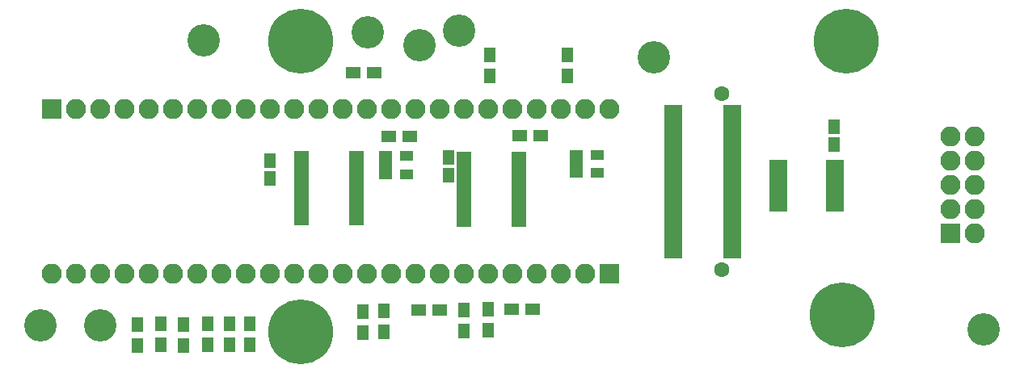
<source format=gts>
G04 #@! TF.FileFunction,Soldermask,Top*
%FSLAX46Y46*%
G04 Gerber Fmt 4.6, Leading zero omitted, Abs format (unit mm)*
G04 Created by KiCad (PCBNEW 4.0.7) date 06/06/18 19:33:03*
%MOMM*%
%LPD*%
G01*
G04 APERTURE LIST*
%ADD10C,0.100000*%
%ADD11R,1.848000X0.857000*%
%ADD12C,1.600000*%
%ADD13R,1.900000X0.850000*%
%ADD14C,6.800000*%
%ADD15R,1.150000X1.600000*%
%ADD16R,1.600000X1.300000*%
%ADD17R,1.500000X0.800000*%
%ADD18R,1.460000X1.050000*%
%ADD19R,1.300000X1.600000*%
%ADD20C,3.400000*%
%ADD21R,2.100000X2.100000*%
%ADD22O,2.100000X2.100000*%
G04 APERTURE END LIST*
D10*
D11*
X89217980Y-80949420D03*
X89217980Y-80149420D03*
X89217980Y-79349420D03*
X89217980Y-78549420D03*
X89217980Y-77749420D03*
X89217980Y-76949420D03*
X89218780Y-76149420D03*
X89217980Y-75349420D03*
X89217980Y-74549420D03*
X89217980Y-73749420D03*
X89217980Y-72949420D03*
X89217980Y-72149420D03*
X89217980Y-71349420D03*
X89217980Y-70549420D03*
X89217980Y-69749420D03*
X89217980Y-68949420D03*
X89217980Y-68149420D03*
X89217980Y-67349420D03*
X89217980Y-66549420D03*
X89217980Y-65749420D03*
X83045980Y-80949420D03*
X83045980Y-80149420D03*
X83045980Y-79349420D03*
X83045980Y-78549420D03*
X83045980Y-77749420D03*
X83045980Y-76949420D03*
X83045980Y-76149420D03*
X83045980Y-75349420D03*
X83045980Y-74549420D03*
X83045980Y-73749420D03*
X83045980Y-72949420D03*
X83045980Y-72149420D03*
X83045980Y-71349420D03*
X83045980Y-70549420D03*
X83045980Y-69749420D03*
X83045980Y-68949420D03*
X83045980Y-68149420D03*
X83045980Y-67349420D03*
X83045980Y-66549420D03*
X83045980Y-65749420D03*
D12*
X88163980Y-82562920D03*
X88163980Y-64135920D03*
D13*
X94044980Y-71468820D03*
X94044980Y-72118820D03*
X94044980Y-72768820D03*
X94044980Y-73418820D03*
X94044980Y-74068820D03*
X94044980Y-74718820D03*
X94044980Y-75368820D03*
X94044980Y-76018820D03*
X99944980Y-76018820D03*
X99944980Y-75368820D03*
X99944980Y-74718820D03*
X99944980Y-74068820D03*
X99944980Y-73418820D03*
X99944980Y-72768820D03*
X99944980Y-72118820D03*
X99944980Y-71468820D03*
D14*
X101205640Y-58598740D03*
X44055640Y-58598740D03*
X100728780Y-87342980D03*
X44055640Y-89078740D03*
D15*
X40779700Y-73002180D03*
X40779700Y-71102180D03*
X59504580Y-72702460D03*
X59504580Y-70802460D03*
X99882960Y-67579200D03*
X99882960Y-69479200D03*
D16*
X53230600Y-68640960D03*
X55430600Y-68640960D03*
X69189960Y-68549520D03*
X66989960Y-68549520D03*
D17*
X61147840Y-70593000D03*
X61147840Y-71243000D03*
X61147840Y-71893000D03*
X61147840Y-72543000D03*
X61147840Y-73193000D03*
X61147840Y-73843000D03*
X61147840Y-74493000D03*
X61147840Y-75143000D03*
X61147840Y-75793000D03*
X61147840Y-76443000D03*
X61147840Y-77093000D03*
X61147840Y-77743000D03*
X66847840Y-77743000D03*
X66847840Y-77093000D03*
X66847840Y-76443000D03*
X66847840Y-75793000D03*
X66847840Y-75143000D03*
X66847840Y-74493000D03*
X66847840Y-73843000D03*
X66847840Y-73193000D03*
X66847840Y-72543000D03*
X66847840Y-71893000D03*
X66847840Y-71243000D03*
X66847840Y-70593000D03*
D18*
X52925800Y-70655140D03*
X52925800Y-71605140D03*
X52925800Y-72555140D03*
X55125800Y-72555140D03*
X55125800Y-70655140D03*
X72930840Y-70520520D03*
X72930840Y-71470520D03*
X72930840Y-72420520D03*
X75130840Y-72420520D03*
X75130840Y-70520520D03*
D16*
X51712040Y-61887100D03*
X49512040Y-61887100D03*
D19*
X71975980Y-60050500D03*
X71975980Y-62250500D03*
X63804800Y-62250500D03*
X63804800Y-60050500D03*
X61145420Y-88994160D03*
X61145420Y-86794160D03*
X63690500Y-88958600D03*
X63690500Y-86758600D03*
D16*
X58613220Y-86804500D03*
X56413220Y-86804500D03*
X66118560Y-86746080D03*
X68318560Y-86746080D03*
D19*
X52712620Y-86921160D03*
X52712620Y-89121160D03*
X50579020Y-86938940D03*
X50579020Y-89138940D03*
X38676580Y-88226720D03*
X38676580Y-90426720D03*
X36555680Y-88244500D03*
X36555680Y-90444500D03*
X34239200Y-88267360D03*
X34239200Y-90467360D03*
X31714440Y-88295300D03*
X31714440Y-90495300D03*
X29385260Y-88287680D03*
X29385260Y-90487680D03*
X26936700Y-88292760D03*
X26936700Y-90492760D03*
D20*
X56502300Y-59042300D03*
X81010760Y-60325000D03*
X33830260Y-58519060D03*
X51074320Y-57650380D03*
X60629800Y-57508140D03*
X115559840Y-88800940D03*
X16776700Y-88381840D03*
X23047960Y-88374220D03*
D21*
X112052100Y-78770480D03*
D22*
X114592100Y-78770480D03*
X112052100Y-76230480D03*
X114592100Y-76230480D03*
X112052100Y-73690480D03*
X114592100Y-73690480D03*
X112052100Y-71150480D03*
X114592100Y-71150480D03*
X112052100Y-68610480D03*
X114592100Y-68610480D03*
D21*
X17980660Y-65750000D03*
D22*
X20520660Y-65750000D03*
X23060660Y-65750000D03*
X25600660Y-65750000D03*
X28140660Y-65750000D03*
X30680660Y-65750000D03*
X33220660Y-65750000D03*
X35760660Y-65750000D03*
X38300660Y-65750000D03*
X40840660Y-65750000D03*
X43380660Y-65750000D03*
X45920660Y-65750000D03*
X48460660Y-65750000D03*
X51000660Y-65750000D03*
X53540660Y-65750000D03*
X56080660Y-65750000D03*
X58620660Y-65750000D03*
X61160660Y-65750000D03*
X63700660Y-65750000D03*
X66240660Y-65750000D03*
X68780660Y-65750000D03*
X71320660Y-65750000D03*
X73860660Y-65750000D03*
X76400660Y-65750000D03*
D21*
X76380340Y-83000000D03*
D22*
X73840340Y-83000000D03*
X71300340Y-83000000D03*
X68760340Y-83000000D03*
X66220340Y-83000000D03*
X63680340Y-83000000D03*
X61140340Y-83000000D03*
X58600340Y-83000000D03*
X56060340Y-83000000D03*
X53520340Y-83000000D03*
X50980340Y-83000000D03*
X48440340Y-83000000D03*
X45900340Y-83000000D03*
X43360340Y-83000000D03*
X40820340Y-83000000D03*
X38280340Y-83000000D03*
X35740340Y-83000000D03*
X33200340Y-83000000D03*
X30660340Y-83000000D03*
X28120340Y-83000000D03*
X25580340Y-83000000D03*
X23040340Y-83000000D03*
X20500340Y-83000000D03*
X17960340Y-83000000D03*
D17*
X44124880Y-70464920D03*
X44124880Y-71114920D03*
X44124880Y-71764920D03*
X44124880Y-72414920D03*
X44124880Y-73064920D03*
X44124880Y-73714920D03*
X44124880Y-74364920D03*
X44124880Y-75014920D03*
X44124880Y-75664920D03*
X44124880Y-76314920D03*
X44124880Y-76964920D03*
X44124880Y-77614920D03*
X49824880Y-77614920D03*
X49824880Y-76964920D03*
X49824880Y-76314920D03*
X49824880Y-75664920D03*
X49824880Y-75014920D03*
X49824880Y-74364920D03*
X49824880Y-73714920D03*
X49824880Y-73064920D03*
X49824880Y-72414920D03*
X49824880Y-71764920D03*
X49824880Y-71114920D03*
X49824880Y-70464920D03*
M02*

</source>
